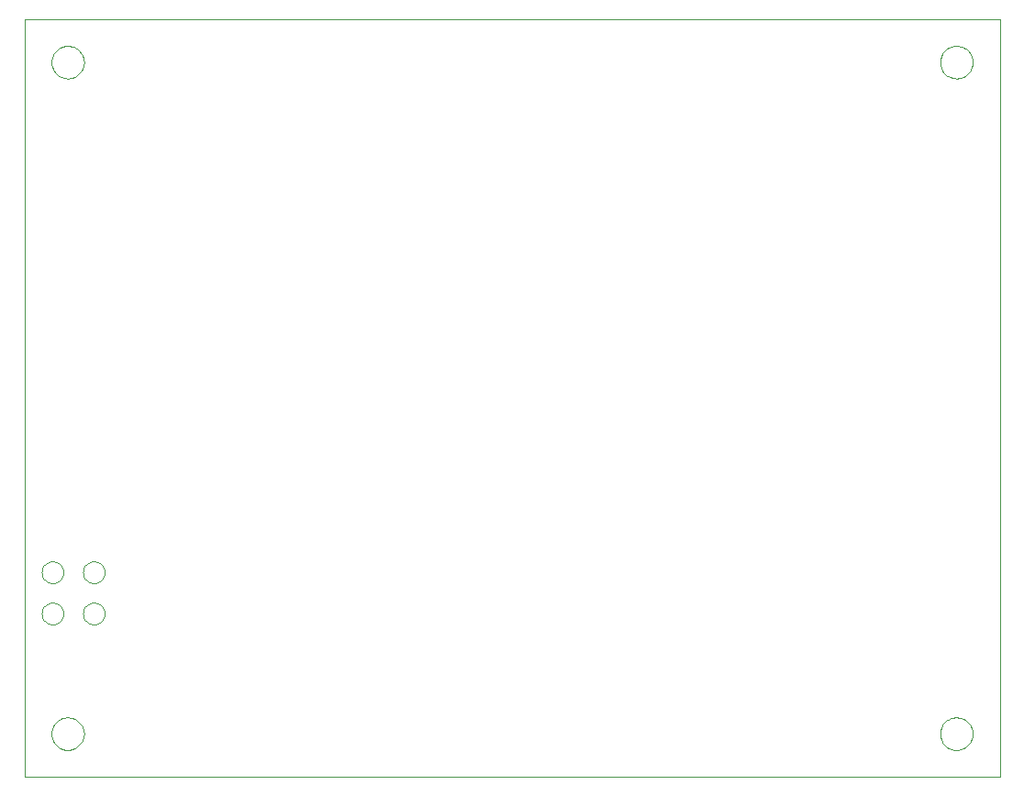
<source format=gbp>
G75*
G70*
%OFA0B0*%
%FSLAX24Y24*%
%IPPOS*%
%LPD*%
%AMOC8*
5,1,8,0,0,1.08239X$1,22.5*
%
%ADD10C,0.0000*%
D10*
X000269Y000500D02*
X000269Y028059D01*
X035702Y028059D01*
X035702Y000500D01*
X000269Y000500D01*
X001253Y002075D02*
X001255Y002123D01*
X001261Y002171D01*
X001271Y002218D01*
X001284Y002264D01*
X001302Y002309D01*
X001322Y002353D01*
X001347Y002395D01*
X001375Y002434D01*
X001405Y002471D01*
X001439Y002505D01*
X001476Y002537D01*
X001514Y002566D01*
X001555Y002591D01*
X001598Y002613D01*
X001643Y002631D01*
X001689Y002645D01*
X001736Y002656D01*
X001784Y002663D01*
X001832Y002666D01*
X001880Y002665D01*
X001928Y002660D01*
X001976Y002651D01*
X002022Y002639D01*
X002067Y002622D01*
X002111Y002602D01*
X002153Y002579D01*
X002193Y002552D01*
X002231Y002522D01*
X002266Y002489D01*
X002298Y002453D01*
X002328Y002415D01*
X002354Y002374D01*
X002376Y002331D01*
X002396Y002287D01*
X002411Y002242D01*
X002423Y002195D01*
X002431Y002147D01*
X002435Y002099D01*
X002435Y002051D01*
X002431Y002003D01*
X002423Y001955D01*
X002411Y001908D01*
X002396Y001863D01*
X002376Y001819D01*
X002354Y001776D01*
X002328Y001735D01*
X002298Y001697D01*
X002266Y001661D01*
X002231Y001628D01*
X002193Y001598D01*
X002153Y001571D01*
X002111Y001548D01*
X002067Y001528D01*
X002022Y001511D01*
X001976Y001499D01*
X001928Y001490D01*
X001880Y001485D01*
X001832Y001484D01*
X001784Y001487D01*
X001736Y001494D01*
X001689Y001505D01*
X001643Y001519D01*
X001598Y001537D01*
X001555Y001559D01*
X001514Y001584D01*
X001476Y001613D01*
X001439Y001645D01*
X001405Y001679D01*
X001375Y001716D01*
X001347Y001755D01*
X001322Y001797D01*
X001302Y001841D01*
X001284Y001886D01*
X001271Y001932D01*
X001261Y001979D01*
X001255Y002027D01*
X001253Y002075D01*
X000898Y006443D02*
X000900Y006482D01*
X000906Y006521D01*
X000916Y006559D01*
X000929Y006596D01*
X000946Y006631D01*
X000966Y006665D01*
X000990Y006696D01*
X001017Y006725D01*
X001046Y006751D01*
X001078Y006774D01*
X001112Y006794D01*
X001148Y006810D01*
X001185Y006822D01*
X001224Y006831D01*
X001263Y006836D01*
X001302Y006837D01*
X001341Y006834D01*
X001380Y006827D01*
X001417Y006816D01*
X001454Y006802D01*
X001489Y006784D01*
X001522Y006763D01*
X001553Y006738D01*
X001581Y006711D01*
X001606Y006681D01*
X001628Y006648D01*
X001647Y006614D01*
X001662Y006578D01*
X001674Y006540D01*
X001682Y006502D01*
X001686Y006463D01*
X001686Y006423D01*
X001682Y006384D01*
X001674Y006346D01*
X001662Y006308D01*
X001647Y006272D01*
X001628Y006238D01*
X001606Y006205D01*
X001581Y006175D01*
X001553Y006148D01*
X001522Y006123D01*
X001489Y006102D01*
X001454Y006084D01*
X001417Y006070D01*
X001380Y006059D01*
X001341Y006052D01*
X001302Y006049D01*
X001263Y006050D01*
X001224Y006055D01*
X001185Y006064D01*
X001148Y006076D01*
X001112Y006092D01*
X001078Y006112D01*
X001046Y006135D01*
X001017Y006161D01*
X000990Y006190D01*
X000966Y006221D01*
X000946Y006255D01*
X000929Y006290D01*
X000916Y006327D01*
X000906Y006365D01*
X000900Y006404D01*
X000898Y006443D01*
X002398Y006443D02*
X002400Y006482D01*
X002406Y006521D01*
X002416Y006559D01*
X002429Y006596D01*
X002446Y006631D01*
X002466Y006665D01*
X002490Y006696D01*
X002517Y006725D01*
X002546Y006751D01*
X002578Y006774D01*
X002612Y006794D01*
X002648Y006810D01*
X002685Y006822D01*
X002724Y006831D01*
X002763Y006836D01*
X002802Y006837D01*
X002841Y006834D01*
X002880Y006827D01*
X002917Y006816D01*
X002954Y006802D01*
X002989Y006784D01*
X003022Y006763D01*
X003053Y006738D01*
X003081Y006711D01*
X003106Y006681D01*
X003128Y006648D01*
X003147Y006614D01*
X003162Y006578D01*
X003174Y006540D01*
X003182Y006502D01*
X003186Y006463D01*
X003186Y006423D01*
X003182Y006384D01*
X003174Y006346D01*
X003162Y006308D01*
X003147Y006272D01*
X003128Y006238D01*
X003106Y006205D01*
X003081Y006175D01*
X003053Y006148D01*
X003022Y006123D01*
X002989Y006102D01*
X002954Y006084D01*
X002917Y006070D01*
X002880Y006059D01*
X002841Y006052D01*
X002802Y006049D01*
X002763Y006050D01*
X002724Y006055D01*
X002685Y006064D01*
X002648Y006076D01*
X002612Y006092D01*
X002578Y006112D01*
X002546Y006135D01*
X002517Y006161D01*
X002490Y006190D01*
X002466Y006221D01*
X002446Y006255D01*
X002429Y006290D01*
X002416Y006327D01*
X002406Y006365D01*
X002400Y006404D01*
X002398Y006443D01*
X002398Y007943D02*
X002400Y007982D01*
X002406Y008021D01*
X002416Y008059D01*
X002429Y008096D01*
X002446Y008131D01*
X002466Y008165D01*
X002490Y008196D01*
X002517Y008225D01*
X002546Y008251D01*
X002578Y008274D01*
X002612Y008294D01*
X002648Y008310D01*
X002685Y008322D01*
X002724Y008331D01*
X002763Y008336D01*
X002802Y008337D01*
X002841Y008334D01*
X002880Y008327D01*
X002917Y008316D01*
X002954Y008302D01*
X002989Y008284D01*
X003022Y008263D01*
X003053Y008238D01*
X003081Y008211D01*
X003106Y008181D01*
X003128Y008148D01*
X003147Y008114D01*
X003162Y008078D01*
X003174Y008040D01*
X003182Y008002D01*
X003186Y007963D01*
X003186Y007923D01*
X003182Y007884D01*
X003174Y007846D01*
X003162Y007808D01*
X003147Y007772D01*
X003128Y007738D01*
X003106Y007705D01*
X003081Y007675D01*
X003053Y007648D01*
X003022Y007623D01*
X002989Y007602D01*
X002954Y007584D01*
X002917Y007570D01*
X002880Y007559D01*
X002841Y007552D01*
X002802Y007549D01*
X002763Y007550D01*
X002724Y007555D01*
X002685Y007564D01*
X002648Y007576D01*
X002612Y007592D01*
X002578Y007612D01*
X002546Y007635D01*
X002517Y007661D01*
X002490Y007690D01*
X002466Y007721D01*
X002446Y007755D01*
X002429Y007790D01*
X002416Y007827D01*
X002406Y007865D01*
X002400Y007904D01*
X002398Y007943D01*
X000898Y007943D02*
X000900Y007982D01*
X000906Y008021D01*
X000916Y008059D01*
X000929Y008096D01*
X000946Y008131D01*
X000966Y008165D01*
X000990Y008196D01*
X001017Y008225D01*
X001046Y008251D01*
X001078Y008274D01*
X001112Y008294D01*
X001148Y008310D01*
X001185Y008322D01*
X001224Y008331D01*
X001263Y008336D01*
X001302Y008337D01*
X001341Y008334D01*
X001380Y008327D01*
X001417Y008316D01*
X001454Y008302D01*
X001489Y008284D01*
X001522Y008263D01*
X001553Y008238D01*
X001581Y008211D01*
X001606Y008181D01*
X001628Y008148D01*
X001647Y008114D01*
X001662Y008078D01*
X001674Y008040D01*
X001682Y008002D01*
X001686Y007963D01*
X001686Y007923D01*
X001682Y007884D01*
X001674Y007846D01*
X001662Y007808D01*
X001647Y007772D01*
X001628Y007738D01*
X001606Y007705D01*
X001581Y007675D01*
X001553Y007648D01*
X001522Y007623D01*
X001489Y007602D01*
X001454Y007584D01*
X001417Y007570D01*
X001380Y007559D01*
X001341Y007552D01*
X001302Y007549D01*
X001263Y007550D01*
X001224Y007555D01*
X001185Y007564D01*
X001148Y007576D01*
X001112Y007592D01*
X001078Y007612D01*
X001046Y007635D01*
X001017Y007661D01*
X000990Y007690D01*
X000966Y007721D01*
X000946Y007755D01*
X000929Y007790D01*
X000916Y007827D01*
X000906Y007865D01*
X000900Y007904D01*
X000898Y007943D01*
X001253Y026484D02*
X001255Y026532D01*
X001261Y026580D01*
X001271Y026627D01*
X001284Y026673D01*
X001302Y026718D01*
X001322Y026762D01*
X001347Y026804D01*
X001375Y026843D01*
X001405Y026880D01*
X001439Y026914D01*
X001476Y026946D01*
X001514Y026975D01*
X001555Y027000D01*
X001598Y027022D01*
X001643Y027040D01*
X001689Y027054D01*
X001736Y027065D01*
X001784Y027072D01*
X001832Y027075D01*
X001880Y027074D01*
X001928Y027069D01*
X001976Y027060D01*
X002022Y027048D01*
X002067Y027031D01*
X002111Y027011D01*
X002153Y026988D01*
X002193Y026961D01*
X002231Y026931D01*
X002266Y026898D01*
X002298Y026862D01*
X002328Y026824D01*
X002354Y026783D01*
X002376Y026740D01*
X002396Y026696D01*
X002411Y026651D01*
X002423Y026604D01*
X002431Y026556D01*
X002435Y026508D01*
X002435Y026460D01*
X002431Y026412D01*
X002423Y026364D01*
X002411Y026317D01*
X002396Y026272D01*
X002376Y026228D01*
X002354Y026185D01*
X002328Y026144D01*
X002298Y026106D01*
X002266Y026070D01*
X002231Y026037D01*
X002193Y026007D01*
X002153Y025980D01*
X002111Y025957D01*
X002067Y025937D01*
X002022Y025920D01*
X001976Y025908D01*
X001928Y025899D01*
X001880Y025894D01*
X001832Y025893D01*
X001784Y025896D01*
X001736Y025903D01*
X001689Y025914D01*
X001643Y025928D01*
X001598Y025946D01*
X001555Y025968D01*
X001514Y025993D01*
X001476Y026022D01*
X001439Y026054D01*
X001405Y026088D01*
X001375Y026125D01*
X001347Y026164D01*
X001322Y026206D01*
X001302Y026250D01*
X001284Y026295D01*
X001271Y026341D01*
X001261Y026388D01*
X001255Y026436D01*
X001253Y026484D01*
X033536Y026484D02*
X033538Y026532D01*
X033544Y026580D01*
X033554Y026627D01*
X033567Y026673D01*
X033585Y026718D01*
X033605Y026762D01*
X033630Y026804D01*
X033658Y026843D01*
X033688Y026880D01*
X033722Y026914D01*
X033759Y026946D01*
X033797Y026975D01*
X033838Y027000D01*
X033881Y027022D01*
X033926Y027040D01*
X033972Y027054D01*
X034019Y027065D01*
X034067Y027072D01*
X034115Y027075D01*
X034163Y027074D01*
X034211Y027069D01*
X034259Y027060D01*
X034305Y027048D01*
X034350Y027031D01*
X034394Y027011D01*
X034436Y026988D01*
X034476Y026961D01*
X034514Y026931D01*
X034549Y026898D01*
X034581Y026862D01*
X034611Y026824D01*
X034637Y026783D01*
X034659Y026740D01*
X034679Y026696D01*
X034694Y026651D01*
X034706Y026604D01*
X034714Y026556D01*
X034718Y026508D01*
X034718Y026460D01*
X034714Y026412D01*
X034706Y026364D01*
X034694Y026317D01*
X034679Y026272D01*
X034659Y026228D01*
X034637Y026185D01*
X034611Y026144D01*
X034581Y026106D01*
X034549Y026070D01*
X034514Y026037D01*
X034476Y026007D01*
X034436Y025980D01*
X034394Y025957D01*
X034350Y025937D01*
X034305Y025920D01*
X034259Y025908D01*
X034211Y025899D01*
X034163Y025894D01*
X034115Y025893D01*
X034067Y025896D01*
X034019Y025903D01*
X033972Y025914D01*
X033926Y025928D01*
X033881Y025946D01*
X033838Y025968D01*
X033797Y025993D01*
X033759Y026022D01*
X033722Y026054D01*
X033688Y026088D01*
X033658Y026125D01*
X033630Y026164D01*
X033605Y026206D01*
X033585Y026250D01*
X033567Y026295D01*
X033554Y026341D01*
X033544Y026388D01*
X033538Y026436D01*
X033536Y026484D01*
X033536Y002075D02*
X033538Y002123D01*
X033544Y002171D01*
X033554Y002218D01*
X033567Y002264D01*
X033585Y002309D01*
X033605Y002353D01*
X033630Y002395D01*
X033658Y002434D01*
X033688Y002471D01*
X033722Y002505D01*
X033759Y002537D01*
X033797Y002566D01*
X033838Y002591D01*
X033881Y002613D01*
X033926Y002631D01*
X033972Y002645D01*
X034019Y002656D01*
X034067Y002663D01*
X034115Y002666D01*
X034163Y002665D01*
X034211Y002660D01*
X034259Y002651D01*
X034305Y002639D01*
X034350Y002622D01*
X034394Y002602D01*
X034436Y002579D01*
X034476Y002552D01*
X034514Y002522D01*
X034549Y002489D01*
X034581Y002453D01*
X034611Y002415D01*
X034637Y002374D01*
X034659Y002331D01*
X034679Y002287D01*
X034694Y002242D01*
X034706Y002195D01*
X034714Y002147D01*
X034718Y002099D01*
X034718Y002051D01*
X034714Y002003D01*
X034706Y001955D01*
X034694Y001908D01*
X034679Y001863D01*
X034659Y001819D01*
X034637Y001776D01*
X034611Y001735D01*
X034581Y001697D01*
X034549Y001661D01*
X034514Y001628D01*
X034476Y001598D01*
X034436Y001571D01*
X034394Y001548D01*
X034350Y001528D01*
X034305Y001511D01*
X034259Y001499D01*
X034211Y001490D01*
X034163Y001485D01*
X034115Y001484D01*
X034067Y001487D01*
X034019Y001494D01*
X033972Y001505D01*
X033926Y001519D01*
X033881Y001537D01*
X033838Y001559D01*
X033797Y001584D01*
X033759Y001613D01*
X033722Y001645D01*
X033688Y001679D01*
X033658Y001716D01*
X033630Y001755D01*
X033605Y001797D01*
X033585Y001841D01*
X033567Y001886D01*
X033554Y001932D01*
X033544Y001979D01*
X033538Y002027D01*
X033536Y002075D01*
M02*

</source>
